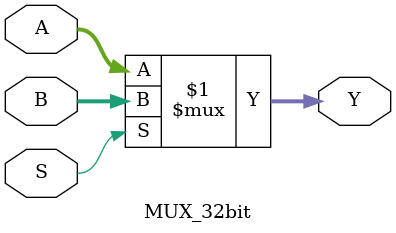
<source format=v>
module MUX_32bit 
(
    input [31:0] A,
    input [31:0] B,
    input S,
    output [31:0] Y
);
    assign Y = S ? B : A;
endmodule
</source>
